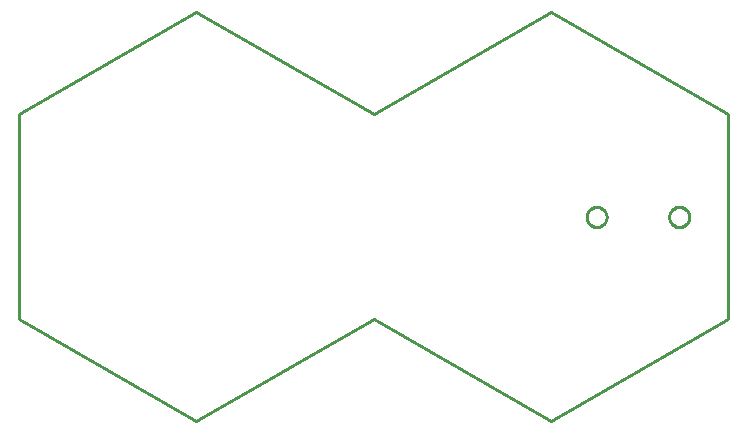
<source format=gbr>
G04 EAGLE Gerber RS-274X export*
G75*
%MOMM*%
%FSLAX34Y34*%
%LPD*%
%IN*%
%IPPOS*%
%AMOC8*
5,1,8,0,0,1.08239X$1,22.5*%
G01*
%ADD10C,0.254000*%


D10*
X-775Y116600D02*
X149225Y30000D01*
X299225Y116600D01*
X449225Y30000D01*
X599225Y116600D01*
X599225Y289800D01*
X449225Y376400D01*
X299225Y289800D01*
X149225Y376400D01*
X-775Y289800D01*
X-775Y116600D01*
X549475Y203246D02*
X549540Y203986D01*
X549669Y204717D01*
X549861Y205433D01*
X550115Y206131D01*
X550428Y206804D01*
X550799Y207446D01*
X551225Y208054D01*
X551702Y208623D01*
X552227Y209148D01*
X552796Y209625D01*
X553404Y210051D01*
X554046Y210422D01*
X554719Y210735D01*
X555417Y210989D01*
X556134Y211181D01*
X556864Y211310D01*
X557604Y211375D01*
X558346Y211375D01*
X559086Y211310D01*
X559817Y211181D01*
X560533Y210989D01*
X561231Y210735D01*
X561904Y210422D01*
X562546Y210051D01*
X563154Y209625D01*
X563723Y209148D01*
X564248Y208623D01*
X564725Y208054D01*
X565151Y207446D01*
X565522Y206804D01*
X565835Y206131D01*
X566089Y205433D01*
X566281Y204717D01*
X566410Y203986D01*
X566475Y203246D01*
X566475Y202504D01*
X566410Y201764D01*
X566281Y201034D01*
X566089Y200317D01*
X565835Y199619D01*
X565522Y198946D01*
X565151Y198304D01*
X564725Y197696D01*
X564248Y197127D01*
X563723Y196602D01*
X563154Y196125D01*
X562546Y195699D01*
X561904Y195328D01*
X561231Y195015D01*
X560533Y194761D01*
X559817Y194569D01*
X559086Y194440D01*
X558346Y194375D01*
X557604Y194375D01*
X556864Y194440D01*
X556134Y194569D01*
X555417Y194761D01*
X554719Y195015D01*
X554046Y195328D01*
X553404Y195699D01*
X552796Y196125D01*
X552227Y196602D01*
X551702Y197127D01*
X551225Y197696D01*
X550799Y198304D01*
X550428Y198946D01*
X550115Y199619D01*
X549861Y200317D01*
X549669Y201034D01*
X549540Y201764D01*
X549475Y202504D01*
X549475Y203246D01*
X479475Y203246D02*
X479540Y203986D01*
X479669Y204717D01*
X479861Y205433D01*
X480115Y206131D01*
X480428Y206804D01*
X480799Y207446D01*
X481225Y208054D01*
X481702Y208623D01*
X482227Y209148D01*
X482796Y209625D01*
X483404Y210051D01*
X484046Y210422D01*
X484719Y210735D01*
X485417Y210989D01*
X486134Y211181D01*
X486864Y211310D01*
X487604Y211375D01*
X488346Y211375D01*
X489086Y211310D01*
X489817Y211181D01*
X490533Y210989D01*
X491231Y210735D01*
X491904Y210422D01*
X492546Y210051D01*
X493154Y209625D01*
X493723Y209148D01*
X494248Y208623D01*
X494725Y208054D01*
X495151Y207446D01*
X495522Y206804D01*
X495835Y206131D01*
X496089Y205433D01*
X496281Y204717D01*
X496410Y203986D01*
X496475Y203246D01*
X496475Y202504D01*
X496410Y201764D01*
X496281Y201034D01*
X496089Y200317D01*
X495835Y199619D01*
X495522Y198946D01*
X495151Y198304D01*
X494725Y197696D01*
X494248Y197127D01*
X493723Y196602D01*
X493154Y196125D01*
X492546Y195699D01*
X491904Y195328D01*
X491231Y195015D01*
X490533Y194761D01*
X489817Y194569D01*
X489086Y194440D01*
X488346Y194375D01*
X487604Y194375D01*
X486864Y194440D01*
X486134Y194569D01*
X485417Y194761D01*
X484719Y195015D01*
X484046Y195328D01*
X483404Y195699D01*
X482796Y196125D01*
X482227Y196602D01*
X481702Y197127D01*
X481225Y197696D01*
X480799Y198304D01*
X480428Y198946D01*
X480115Y199619D01*
X479861Y200317D01*
X479669Y201034D01*
X479540Y201764D01*
X479475Y202504D01*
X479475Y203246D01*
M02*

</source>
